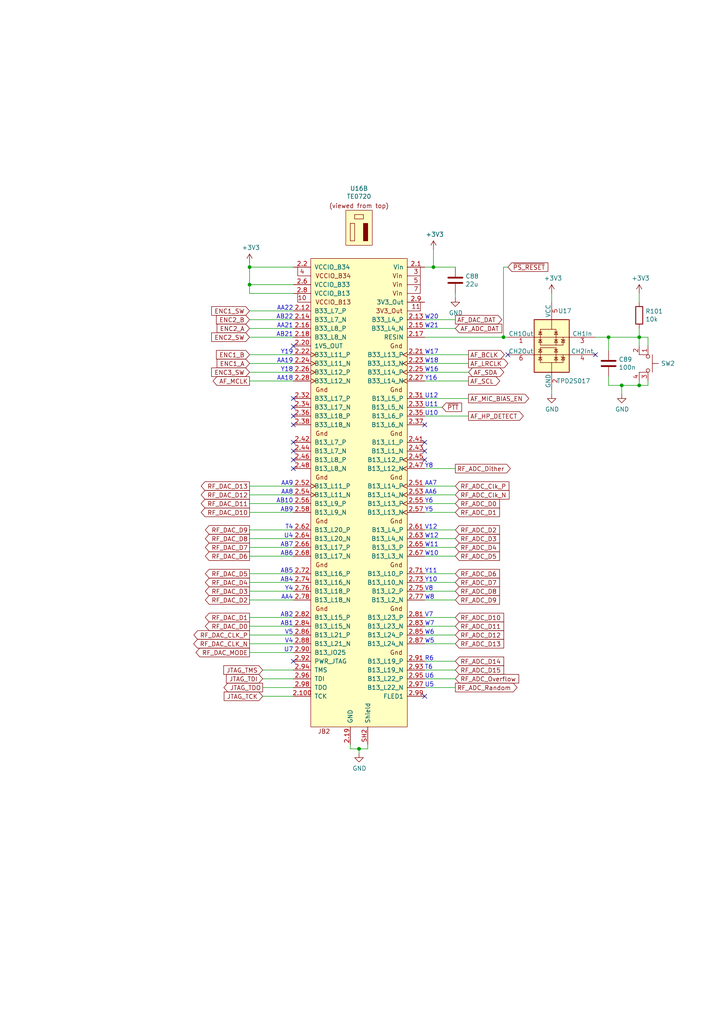
<source format=kicad_sch>
(kicad_sch (version 20210126) (generator eeschema)
  (paper "A4" portrait)
  (title_block (rev "DRAFT") (company "M0WUT"))
  (lib_symbols
    (symbol "Device:C" (pin_numbers hide) (pin_names (offset 0.254))
      (property "Reference" "C" (at 0.635 2.54 0))
      (property "Value" "C" (at 0.635 -2.54 0))
      (symbol "C_1_1"
        (pin passive line (at 0 3.81 270) (length 2.794) (name "~") (number "1"))
        (pin passive line (at 0 -3.81 90) (length 2.794) (name "~") (number "2"))
      )
    )
    (symbol "Device:R" (pin_numbers hide) (pin_names (offset 0))
      (property "Reference" "R" (at 2.032 0 90))
      (property "Value" "R" (at 0 0 90))
      (symbol "R_1_1"
        (pin passive line (at 0 3.81 270) (length 1.27) (name "~") (number "1"))
        (pin passive line (at 0 -3.81 90) (length 1.27) (name "~") (number "2"))
      )
    )
    (symbol "IC_WUT:TE0720" (pin_names (offset 1.016))
      (property "Reference" "U" (at -12.7 67.31 0))
      (property "Value" "TE0720" (at 10.16 67.31 0))
      (symbol "TE0720_0_0"
        (text "(viewed from top)" (at 0 81.28 0) (effects (font (size 1.27 1.27))))
      )
      (symbol "TE0720_1_0"
        (text "12" (at -16.51 52.07 0) (effects (font (size 1.27 1.27))))
        (text "16" (at -16.51 46.99 0) (effects (font (size 1.27 1.27))))
        (text "3V3_In" (at -12.7 45.72 0) (effects (font (size 1.27 1.27)) (justify left)))
        (text "4" (at -16.51 62.23 0) (effects (font (size 1.27 1.27))))
        (text "6" (at -16.51 59.69 0) (effects (font (size 1.27 1.27))))
        (text "Gnd" (at -12.7 -27.94 0) (effects (font (size 1.27 1.27)) (justify left)))
        (text "Gnd" (at -12.7 -15.24 0) (effects (font (size 1.27 1.27)) (justify left)))
        (text "Gnd" (at -12.7 -2.54 0) (effects (font (size 1.27 1.27)) (justify left)))
        (text "Gnd" (at -12.7 27.94 0) (effects (font (size 1.27 1.27)) (justify left)))
        (text "Gnd" (at 12.7 -48.26 0) (effects (font (size 1.27 1.27)) (justify right)))
        (text "Gnd" (at 12.7 -40.64 0) (effects (font (size 1.27 1.27)) (justify right)))
        (text "Gnd" (at 12.7 -27.94 0) (effects (font (size 1.27 1.27)) (justify right)))
        (text "Gnd" (at 12.7 -15.24 0) (effects (font (size 1.27 1.27)) (justify right)))
        (text "Gnd" (at 12.7 -2.54 0) (effects (font (size 1.27 1.27)) (justify right)))
        (text "Gnd" (at 12.7 10.16 0) (effects (font (size 1.27 1.27)) (justify right)))
        (text "Gnd" (at 12.7 22.86 0) (effects (font (size 1.27 1.27)) (justify right)))
        (text "Gnd" (at 12.7 33.02 0) (effects (font (size 1.27 1.27)) (justify right)))
        (text "Gnd" (at 12.7 40.64 0) (effects (font (size 1.27 1.27)) (justify right)))
        (text "Gnd" (at 12.7 55.88 0) (effects (font (size 1.27 1.27)) (justify right)))
        (text "Gnd" (at 12.7 63.5 0) (effects (font (size 1.27 1.27)) (justify right)))
        (text "JB1" (at -10.16 -71.12 0) (effects (font (size 1.27 1.27))))
        (text "VCCIO_B35" (at -12.7 50.8 0) (effects (font (size 1.27 1.27)) (justify left)))
        (text "Vin" (at -11.43 58.42 0) (effects (font (size 1.27 1.27))))
        (text "Vin" (at -11.43 60.96 0) (effects (font (size 1.27 1.27))))
      )
      (symbol "TE0720_1_1"
        (pin power_in line (at -2.54 -74.93 90) (length 5.08) (name "GND") (number "1.1"))
        (pin power_in line (at -19.05 53.34 0) (length 5.08) (name "VCCIO_B35") (number "1.10"))
        (pin passive line (at -19.05 -60.96 0) (length 5.08) (name "MIO12") (number "1.100"))
        (pin passive line (at 19.05 50.8 180) (length 5.08) (name "PHY_MDI1_N") (number "1.11"))
        (pin power_in line (at -19.05 53.34 0) (length 5.08) hide (name "VCCIO_B35") (number "1.12"))
        (pin power_out line (at 19.05 48.26 180) (length 5.08) (name "ETH_VCC") (number "1.13"))
        (pin power_in line (at -19.05 48.26 0) (length 5.08) (name "3V3_In") (number "1.14"))
        (pin passive line (at 19.05 45.72 180) (length 5.08) (name "PHY_MDI2_P") (number "1.15"))
        (pin power_in line (at -19.05 48.26 0) (length 5.08) hide (name "3V3_In") (number "1.16"))
        (pin passive line (at 19.05 43.18 180) (length 5.08) (name "PHY_MDI2_N") (number "1.17"))
        (pin bidirectional line (at -19.05 43.18 0) (length 5.08) (name "SD_DAT3") (number "1.18"))
        (pin power_in line (at -2.54 -74.93 90) (length 5.08) hide (name "GND") (number "1.19"))
        (pin power_in line (at -19.05 63.5 0) (length 5.08) (name "Vin") (number "1.2"))
        (pin bidirectional line (at -19.05 40.64 0) (length 5.08) (name "SD_DAT2") (number "1.20"))
        (pin passive line (at 19.05 38.1 180) (length 5.08) (name "PHY_MDI3_P") (number "1.21"))
        (pin bidirectional line (at -19.05 38.1 0) (length 5.08) (name "SD_DAT1") (number "1.22"))
        (pin passive line (at 19.05 35.56 180) (length 5.08) (name "PHY_MDI3_N") (number "1.23"))
        (pin bidirectional line (at -19.05 35.56 0) (length 5.08) (name "SD_DAT0") (number "1.24"))
        (pin power_in line (at -2.54 -74.93 90) (length 5.08) hide (name "GND") (number "1.25"))
        (pin bidirectional line (at -19.05 33.02 0) (length 5.08) (name "SD_CMD") (number "1.26"))
        (pin passive line (at 19.05 30.48 180) (length 5.08) (name "EN1") (number "1.27"))
        (pin output line (at -19.05 30.48 0) (length 5.08) (name "SD_CLK") (number "1.28"))
        (pin passive line (at 19.05 27.94 180) (length 5.08) (name "PGOOD") (number "1.29"))
        (pin passive line (at 19.05 60.96 180) (length 5.08) (name "PHY_MDI0_P") (number "1.3"))
        (pin power_in line (at -2.54 -74.93 90) (length 5.08) hide (name "GND") (number "1.30"))
        (pin passive line (at 19.05 25.4 180) (length 5.08) (name "MODE") (number "1.31"))
        (pin passive line (at -19.05 25.4 0) (length 5.08) (name "B35_L16_N") (number "1.32"))
        (pin power_in line (at -2.54 -74.93 90) (length 5.08) hide (name "GND") (number "1.33"))
        (pin passive line (at -19.05 22.86 0) (length 5.08) (name "B35_L16_P") (number "1.34"))
        (pin passive line (at 19.05 20.32 180) (length 5.08) (name "B35_L10_N") (number "1.35"))
        (pin passive line (at -19.05 20.32 0) (length 5.08) (name "B35_L24_N") (number "1.36"))
        (pin passive line (at 19.05 17.78 180) (length 5.08) (name "B35_L10_P") (number "1.37"))
        (pin passive line (at -19.05 17.78 0) (length 5.08) (name "B35_L24_P") (number "1.38"))
        (pin passive line (at 19.05 15.24 180) (length 5.08) (name "B35_L9_N") (number "1.39"))
        (pin power_in line (at -19.05 63.5 0) (length 5.08) hide (name "Vin") (number "1.4"))
        (pin power_out line (at -19.05 15.24 0) (length 5.08) (name "1V8_OUT") (number "1.40"))
        (pin passive line (at 19.05 12.7 180) (length 5.08) (name "B35_L9_P") (number "1.41"))
        (pin passive line (at -19.05 12.7 0) (length 5.08) (name "B35_L18_N") (number "1.42"))
        (pin power_in line (at -2.54 -74.93 90) (length 5.08) hide (name "GND") (number "1.43"))
        (pin passive line (at -19.05 10.16 0) (length 5.08) (name "B35_L18_P") (number "1.44"))
        (pin passive line (at 19.05 7.62 180) (length 5.08) (name "B35_L7_N") (number "1.45"))
        (pin passive line (at -19.05 7.62 0) (length 5.08) (name "B35_L15_N") (number "1.46"))
        (pin passive line (at 19.05 5.08 180) (length 5.08) (name "B35_L7_P") (number "1.47"))
        (pin passive line (at -19.05 5.08 0) (length 5.08) (name "B35_L15_P") (number "1.48"))
        (pin passive line (at 19.05 2.54 180) (length 5.08) (name "B35_L2_N") (number "1.49"))
        (pin passive line (at 19.05 58.42 180) (length 5.08) (name "PHY_MDI0_N") (number "1.5"))
        (pin passive line (at -19.05 2.54 0) (length 5.08) (name "B35_L22_N") (number "1.50"))
        (pin passive line (at 19.05 0 180) (length 5.08) (name "B35_L2_P") (number "1.51"))
        (pin passive line (at -19.05 0 0) (length 5.08) (name "B35_L22_P") (number "1.52"))
        (pin power_in line (at -2.54 -74.93 90) (length 5.08) hide (name "GND") (number "1.53"))
        (pin power_in line (at -2.54 -74.93 90) (length 5.08) hide (name "GND") (number "1.54"))
        (pin passive line (at 19.05 -5.08 180) (length 5.08) (name "B35_L8_N") (number "1.55"))
        (pin passive line (at -19.05 -5.08 0) (length 5.08) (name "B35_L17_N") (number "1.56"))
        (pin passive line (at 19.05 -7.62 180) (length 5.08) (name "B35_L8_P") (number "1.57"))
        (pin passive line (at -19.05 -7.62 0) (length 5.08) (name "B35_L17_P") (number "1.58"))
        (pin passive line (at 19.05 -10.16 180) (length 5.08) (name "B35_L21_N") (number "1.59"))
        (pin power_in line (at -19.05 63.5 0) (length 5.08) hide (name "Vin") (number "1.6"))
        (pin passive clock (at -19.05 -10.16 0) (length 5.08) (name "B35_L13_N") (number "1.60"))
        (pin passive line (at 19.05 -12.7 180) (length 5.08) (name "B35_L21_P") (number "1.61"))
        (pin passive clock (at -19.05 -12.7 0) (length 5.08) (name "B35_L13_P") (number "1.62"))
        (pin power_in line (at -2.54 -74.93 90) (length 5.08) hide (name "GND") (number "1.63"))
        (pin power_in line (at -2.54 -74.93 90) (length 5.08) hide (name "GND") (number "1.64"))
        (pin passive line (at 19.05 -17.78 180) (length 5.08) (name "B35_L11_N") (number "1.65"))
        (pin passive line (at -19.05 -17.78 0) (length 5.08) (name "B35_L14_N") (number "1.66"))
        (pin passive line (at 19.05 -20.32 180) (length 5.08) (name "B35_L11_P") (number "1.67"))
        (pin passive line (at -19.05 -20.32 0) (length 5.08) (name "B35_L14_P") (number "1.68"))
        (pin passive line (at 19.05 -22.86 180) (length 5.08) (name "B35_L23_N") (number "1.69"))
        (pin power_in line (at -2.54 -74.93 90) (length 5.08) hide (name "GND") (number "1.7"))
        (pin passive line (at -19.05 -22.86 0) (length 5.08) (name "B35_L4_N") (number "1.70"))
        (pin passive line (at 19.05 -25.4 180) (length 5.08) (name "B35_L23_P") (number "1.71"))
        (pin passive line (at -19.05 -25.4 0) (length 5.08) (name "B35_L4_P") (number "1.72"))
        (pin power_in line (at -2.54 -74.93 90) (length 5.08) hide (name "GND") (number "1.73"))
        (pin power_in line (at -2.54 -74.93 90) (length 5.08) hide (name "GND") (number "1.74"))
        (pin passive line (at 19.05 -30.48 180) (length 5.08) (name "B35_L5_N") (number "1.75"))
        (pin passive clock (at -19.05 -30.48 0) (length 5.08) (name "B35_L12_N") (number "1.76"))
        (pin passive line (at 19.05 -33.02 180) (length 5.08) (name "B35_L5_P") (number "1.77"))
        (pin passive clock (at -19.05 -33.02 0) (length 5.08) (name "B35_L12_P") (number "1.78"))
        (pin passive line (at 19.05 -35.56 180) (length 5.08) (name "B35_L3_N") (number "1.79"))
        (pin passive line (at -19.05 55.88 0) (length 5.08) (name "NOSEQ") (number "1.8"))
        (pin power_in line (at -19.05 -35.56 0) (length 5.08) (name "VBAT") (number "1.80"))
        (pin passive line (at 19.05 -38.1 180) (length 5.08) (name "B35_L3_P") (number "1.81"))
        (pin passive line (at -19.05 -38.1 0) (length 5.08) (name "B35_L20_N") (number "1.82"))
        (pin power_in line (at -2.54 -74.93 90) (length 5.08) hide (name "GND") (number "1.83"))
        (pin passive line (at -19.05 -40.64 0) (length 5.08) (name "B35_L20_P") (number "1.84"))
        (pin passive line (at 19.05 -43.18 180) (length 5.08) (name "B35_L6_N") (number "1.85"))
        (pin passive line (at -19.05 -43.18 0) (length 5.08) (name "MIO15") (number "1.86"))
        (pin passive line (at 19.05 -45.72 180) (length 5.08) (name "B35_L6_P") (number "1.87"))
        (pin passive line (at -19.05 -45.72 0) (length 5.08) (name "MIO0") (number "1.88"))
        (pin power_in line (at -2.54 -74.93 90) (length 5.08) hide (name "GND") (number "1.89"))
        (pin passive line (at 19.05 53.34 180) (length 5.08) (name "PHY_MDI1_P") (number "1.9"))
        (pin input line (at -19.05 -48.26 0) (length 5.08) (name "JTAGMODE") (number "1.90"))
        (pin passive line (at 19.05 -50.8 180) (length 5.08) (name "MIO14") (number "1.91"))
        (pin passive line (at -19.05 -50.8 0) (length 5.08) (name "MIO9") (number "1.92"))
        (pin passive line (at 19.05 -53.34 180) (length 5.08) (name "B35_L1_N") (number "1.93"))
        (pin passive line (at -19.05 -53.34 0) (length 5.08) (name "MIO11") (number "1.94"))
        (pin passive line (at 19.05 -55.88 180) (length 5.08) (name "B35_L1_P") (number "1.95"))
        (pin passive line (at -19.05 -55.88 0) (length 5.08) (name "MIO10") (number "1.96"))
        (pin passive line (at 19.05 -58.42 180) (length 5.08) (name "B35_L19_N") (number "1.97"))
        (pin passive line (at -19.05 -58.42 0) (length 5.08) (name "MIO13") (number "1.98"))
        (pin passive line (at 19.05 -60.96 180) (length 5.08) (name "B35_L19_P") (number "1.99"))
        (pin power_in line (at 2.54 -74.93 90) (length 5.08) (name "Shield") (number "SH1"))
      )
      (symbol "TE0720_2_0"
        (text "10" (at -16.51 54.61 0) (effects (font (size 1.27 1.27))))
        (text "11" (at 16.51 52.07 0) (effects (font (size 1.27 1.27))))
        (text "3" (at 16.51 62.23 0) (effects (font (size 1.27 1.27))))
        (text "3V3_Out" (at 12.7 50.8 0) (effects (font (size 1.27 1.27)) (justify right)))
        (text "4" (at -16.51 62.23 0) (effects (font (size 1.27 1.27))))
        (text "5" (at 16.51 59.69 0) (effects (font (size 1.27 1.27))))
        (text "7" (at 16.51 57.15 0) (effects (font (size 1.27 1.27))))
        (text "Gnd" (at 12.7 27.94 0) (effects (font (size 1.27 1.27)) (justify right)))
        (text "JB2" (at -10.16 -71.12 0) (effects (font (size 1.27 1.27))))
        (text "VCCIO_B13" (at -12.7 53.34 0) (effects (font (size 1.27 1.27)) (justify left)))
        (text "VCCIO_B34" (at -12.7 60.96 0) (effects (font (size 1.27 1.27)) (justify left)))
        (text "Vin" (at 12.7 55.88 0) (effects (font (size 1.27 1.27)) (justify right)))
        (text "Vin" (at 12.7 58.42 0) (effects (font (size 1.27 1.27)) (justify right)))
        (text "Vin" (at 12.7 60.96 0) (effects (font (size 1.27 1.27)) (justify right)))
      )
      (symbol "TE0720_2_1"
        (text "Gnd" (at -12.7 -35.56 0) (effects (font (size 1.27 1.27)) (justify left)))
        (text "Gnd" (at -12.7 -22.86 0) (effects (font (size 1.27 1.27)) (justify left)))
        (text "Gnd" (at -12.7 -10.16 0) (effects (font (size 1.27 1.27)) (justify left)))
        (text "Gnd" (at -12.7 2.54 0) (effects (font (size 1.27 1.27)) (justify left)))
        (text "Gnd" (at -12.7 15.24 0) (effects (font (size 1.27 1.27)) (justify left)))
        (text "Gnd" (at -12.7 27.94 0) (effects (font (size 1.27 1.27)) (justify left)))
        (text "Gnd" (at 12.7 -48.26 0) (effects (font (size 1.27 1.27)) (justify right)))
        (text "Gnd" (at 12.7 -35.56 0) (effects (font (size 1.27 1.27)) (justify right)))
        (text "Gnd" (at 12.7 -22.86 0) (effects (font (size 1.27 1.27)) (justify right)))
        (text "Gnd" (at 12.7 -10.16 0) (effects (font (size 1.27 1.27)) (justify right)))
        (text "Gnd" (at 12.7 2.54 0) (effects (font (size 1.27 1.27)) (justify right)))
        (text "Gnd" (at 12.7 15.24 0) (effects (font (size 1.27 1.27)) (justify right)))
        (text "Gnd" (at 12.7 40.64 0) (effects (font (size 1.27 1.27)) (justify right)))
        (pin power_in line (at 19.05 63.5 180) (length 5.08) (name "Vin") (number "2.1"))
        (pin power_in line (at -19.05 55.88 0) (length 5.08) hide (name "VCCIO_B13") (number "2.10"))
        (pin input line (at -19.05 -60.96 0) (length 5.08) (name "TCK") (number "2.100"))
        (pin passive line (at 19.05 53.34 180) (length 5.08) hide (name "3V3_Out") (number "2.11"))
        (pin passive line (at -19.05 50.8 0) (length 5.08) (name "B33_L7_P") (number "2.12"))
        (pin passive line (at 19.05 48.26 180) (length 5.08) (name "B33_L4_P") (number "2.13"))
        (pin passive line (at -19.05 48.26 0) (length 5.08) (name "B33_L7_N") (number "2.14"))
        (pin passive line (at 19.05 45.72 180) (length 5.08) (name "B33_L4_N") (number "2.15"))
        (pin passive line (at -19.05 45.72 0) (length 5.08) (name "B33_L8_P") (number "2.16"))
        (pin passive line (at 19.05 43.18 180) (length 5.08) (name "RESIN") (number "2.17"))
        (pin passive line (at -19.05 43.18 0) (length 5.08) (name "B33_L8_N") (number "2.18"))
        (pin power_in line (at -2.54 -74.93 90) (length 5.08) (name "GND") (number "2.19"))
        (pin power_in line (at -19.05 63.5 0) (length 5.08) (name "VCCIO_B34") (number "2.2"))
        (pin power_out line (at -19.05 40.64 0) (length 5.08) (name "1V5_OUT") (number "2.20"))
        (pin passive clock (at 19.05 38.1 180) (length 5.08) (name "B33_L13_P") (number "2.21"))
        (pin passive clock (at -19.05 38.1 0) (length 5.08) (name "B33_L11_P") (number "2.22"))
        (pin passive clock (at 19.05 35.56 180) (length 5.08) (name "B33_L13_N") (number "2.23"))
        (pin passive clock (at -19.05 35.56 0) (length 5.08) (name "B33_L11_N") (number "2.24"))
        (pin passive clock (at 19.05 33.02 180) (length 5.08) (name "B33_L14_P") (number "2.25"))
        (pin passive clock (at -19.05 33.02 0) (length 5.08) (name "B33_L12_P") (number "2.26"))
        (pin passive clock (at 19.05 30.48 180) (length 5.08) (name "B33_L14_N") (number "2.27"))
        (pin passive clock (at -19.05 30.48 0) (length 5.08) (name "B33_L12_N") (number "2.28"))
        (pin power_in line (at -2.54 -74.93 90) (length 5.08) hide (name "GND") (number "2.29"))
        (pin power_in line (at 19.05 63.5 180) (length 5.08) hide (name "Vin") (number "2.3"))
        (pin power_in line (at -2.54 -74.93 90) (length 5.08) hide (name "GND") (number "2.30"))
        (pin passive line (at 19.05 25.4 180) (length 5.08) (name "B13_L5_P") (number "2.31"))
        (pin passive line (at -19.05 25.4 0) (length 5.08) (name "B33_L17_P") (number "2.32"))
        (pin passive line (at 19.05 22.86 180) (length 5.08) (name "B13_L5_N") (number "2.33"))
        (pin passive line (at -19.05 22.86 0) (length 5.08) (name "B33_L17_N") (number "2.34"))
        (pin passive line (at 19.05 20.32 180) (length 5.08) (name "B13_L6_P") (number "2.35"))
        (pin passive line (at -19.05 20.32 0) (length 5.08) (name "B33_L18_P") (number "2.36"))
        (pin passive line (at 19.05 17.78 180) (length 5.08) (name "B13_L6_N") (number "2.37"))
        (pin passive line (at -19.05 17.78 0) (length 5.08) (name "B33_L18_N") (number "2.38"))
        (pin power_in line (at -2.54 -74.93 90) (length 5.08) hide (name "GND") (number "2.39"))
        (pin power_in line (at -19.05 63.5 0) (length 5.08) hide (name "VCCIO_B34") (number "2.4"))
        (pin power_in line (at -2.54 -74.93 90) (length 5.08) hide (name "GND") (number "2.40"))
        (pin passive line (at 19.05 12.7 180) (length 5.08) (name "B13_L1_P") (number "2.41"))
        (pin passive line (at -19.05 12.7 0) (length 5.08) (name "B13_L7_P") (number "2.42"))
        (pin passive line (at 19.05 10.16 180) (length 5.08) (name "B13_L1_N") (number "2.43"))
        (pin passive line (at -19.05 10.16 0) (length 5.08) (name "B13_L7_N") (number "2.44"))
        (pin passive clock (at 19.05 7.62 180) (length 5.08) (name "B13_L12_P") (number "2.45"))
        (pin passive line (at -19.05 7.62 0) (length 5.08) (name "B13_L8_P") (number "2.46"))
        (pin passive clock (at 19.05 5.08 180) (length 5.08) (name "B13_L12_N") (number "2.47"))
        (pin passive line (at -19.05 5.08 0) (length 5.08) (name "B13_L8_N") (number "2.48"))
        (pin power_in line (at -2.54 -74.93 90) (length 5.08) hide (name "GND") (number "2.49"))
        (pin power_in line (at 19.05 63.5 180) (length 5.08) hide (name "Vin") (number "2.5"))
        (pin power_in line (at -2.54 -74.93 90) (length 5.08) hide (name "GND") (number "2.50"))
        (pin passive clock (at 19.05 0 180) (length 5.08) (name "B13_L14_P") (number "2.51"))
        (pin passive clock (at -19.05 0 0) (length 5.08) (name "B13_L11_P") (number "2.52"))
        (pin passive clock (at 19.05 -2.54 180) (length 5.08) (name "B13_L14_N") (number "2.53"))
        (pin passive clock (at -19.05 -2.54 0) (length 5.08) (name "B13_L11_N") (number "2.54"))
        (pin passive clock (at 19.05 -5.08 180) (length 5.08) (name "B13_L13_P") (number "2.55"))
        (pin passive line (at -19.05 -5.08 0) (length 5.08) (name "B13_L9_P") (number "2.56"))
        (pin passive clock (at 19.05 -7.62 180) (length 5.08) (name "B13_L13_N") (number "2.57"))
        (pin passive line (at -19.05 -7.62 0) (length 5.08) (name "B13_L9_N") (number "2.58"))
        (pin power_in line (at -2.54 -74.93 90) (length 5.08) hide (name "GND") (number "2.59"))
        (pin power_in line (at -19.05 58.42 0) (length 5.08) (name "VCCIO_B33") (number "2.6"))
        (pin power_in line (at -2.54 -74.93 90) (length 5.08) hide (name "GND") (number "2.60"))
        (pin passive line (at 19.05 -12.7 180) (length 5.08) (name "B13_L4_P") (number "2.61"))
        (pin passive line (at -19.05 -12.7 0) (length 5.08) (name "B13_L20_P") (number "2.62"))
        (pin passive line (at 19.05 -15.24 180) (length 5.08) (name "B13_L4_N") (number "2.63"))
        (pin passive line (at -19.05 -15.24 0) (length 5.08) (name "B13_L20_N") (number "2.64"))
        (pin passive line (at 19.05 -17.78 180) (length 5.08) (name "B13_L3_P") (number "2.65"))
        (pin passive line (at -19.05 -17.78 0) (length 5.08) (name "B13_L17_P") (number "2.66"))
        (pin passive line (at 19.05 -20.32 180) (length 5.08) (name "B13_L3_N") (number "2.67"))
        (pin passive line (at -19.05 -20.32 0) (length 5.08) (name "B13_L17_N") (number "2.68"))
        (pin power_in line (at -2.54 -74.93 90) (length 5.08) hide (name "GND") (number "2.69"))
        (pin power_in line (at 19.05 63.5 180) (length 5.08) hide (name "Vin") (number "2.7"))
        (pin power_in line (at -2.54 -74.93 90) (length 5.08) hide (name "GND") (number "2.70"))
        (pin passive line (at 19.05 -25.4 180) (length 5.08) (name "B13_L10_P") (number "2.71"))
        (pin passive line (at -19.05 -25.4 0) (length 5.08) (name "B13_L16_P") (number "2.72"))
        (pin passive line (at 19.05 -27.94 180) (length 5.08) (name "B13_L10_N") (number "2.73"))
        (pin passive line (at -19.05 -27.94 0) (length 5.08) (name "B13_L16_N") (number "2.74"))
        (pin passive line (at 19.05 -30.48 180) (length 5.08) (name "B13_L2_P") (number "2.75"))
        (pin passive line (at -19.05 -30.48 0) (length 5.08) (name "B13_L18_P") (number "2.76"))
        (pin passive line (at 19.05 -33.02 180) (length 5.08) (name "B13_L2_N") (number "2.77"))
        (pin passive line (at -19.05 -33.02 0) (length 5.08) (name "B13_L18_N") (number "2.78"))
        (pin power_in line (at -2.54 -74.93 90) (length 5.08) hide (name "GND") (number "2.79"))
        (pin power_in line (at -19.05 55.88 0) (length 5.08) (name "VCCIO_B13") (number "2.8"))
        (pin power_in line (at -2.54 -74.93 90) (length 5.08) hide (name "GND") (number "2.80"))
        (pin passive line (at 19.05 -38.1 180) (length 5.08) (name "B13_L23_P") (number "2.81"))
        (pin passive line (at -19.05 -38.1 0) (length 5.08) (name "B13_L15_P") (number "2.82"))
        (pin passive line (at 19.05 -40.64 180) (length 5.08) (name "B13_L23_N") (number "2.83"))
        (pin passive line (at -19.05 -40.64 0) (length 5.08) (name "B13_L15_N") (number "2.84"))
        (pin passive line (at 19.05 -43.18 180) (length 5.08) (name "B13_L24_P") (number "2.85"))
        (pin passive line (at -19.05 -43.18 0) (length 5.08) (name "B13_L21_P") (number "2.86"))
        (pin passive line (at 19.05 -45.72 180) (length 5.08) (name "B13_L24_N") (number "2.87"))
        (pin passive line (at -19.05 -45.72 0) (length 5.08) (name "B13_L21_N") (number "2.88"))
        (pin power_in line (at -2.54 -74.93 90) (length 5.08) hide (name "GND") (number "2.89"))
        (pin power_out line (at 19.05 53.34 180) (length 5.08) (name "3V3_Out") (number "2.9"))
        (pin passive line (at -19.05 -48.26 0) (length 5.08) (name "B13_IO25") (number "2.90"))
        (pin passive line (at 19.05 -50.8 180) (length 5.08) (name "B13_L19_P") (number "2.91"))
        (pin power_in line (at -19.05 -50.8 0) (length 5.08) (name "PWR_JTAG") (number "2.92"))
        (pin passive line (at 19.05 -53.34 180) (length 5.08) (name "B13_L19_N") (number "2.93"))
        (pin input line (at -19.05 -53.34 0) (length 5.08) (name "TMS") (number "2.94"))
        (pin passive line (at 19.05 -55.88 180) (length 5.08) (name "B13_L22_P") (number "2.95"))
        (pin input line (at -19.05 -55.88 0) (length 5.08) (name "TDI") (number "2.96"))
        (pin passive line (at 19.05 -58.42 180) (length 5.08) (name "B13_L22_N") (number "2.97"))
        (pin output line (at -19.05 -58.42 0) (length 5.08) (name "TDO") (number "2.98"))
        (pin passive line (at 19.05 -60.96 180) (length 5.08) (name "FLED1") (number "2.99"))
        (pin power_in line (at 2.54 -74.93 90) (length 5.08) (name "Shield") (number "SH2"))
      )
      (symbol "TE0720_3_0"
        (text "Gnd" (at 12.7 58.42 0) (effects (font (size 1.27 1.27)) (justify right)))
        (text "JB3" (at -10.16 -20.32 0) (effects (font (size 1.27 1.27))))
      )
      (symbol "TE0720_3_1"
        (text "Gnd" (at -12.7 7.62 0) (effects (font (size 1.27 1.27)) (justify left)))
        (text "Gnd" (at -12.7 20.32 0) (effects (font (size 1.27 1.27)) (justify left)))
        (text "Gnd" (at -12.7 27.94 0) (effects (font (size 1.27 1.27)) (justify left)))
        (text "Gnd" (at -12.7 35.56 0) (effects (font (size 1.27 1.27)) (justify left)))
        (text "Gnd" (at -12.7 43.18 0) (effects (font (size 1.27 1.27)) (justify left)))
        (text "Gnd" (at -12.7 50.8 0) (effects (font (size 1.27 1.27)) (justify left)))
        (text "Gnd" (at -12.7 58.42 0) (effects (font (size 1.27 1.27)) (justify left)))
        (text "Gnd" (at 12.7 -5.08 0) (effects (font (size 1.27 1.27)) (justify right)))
        (text "Gnd" (at 12.7 7.62 0) (effects (font (size 1.27 1.27)) (justify right)))
        (text "Gnd" (at 12.7 20.32 0) (effects (font (size 1.27 1.27)) (justify right)))
        (text "Gnd" (at 12.7 27.94 0) (effects (font (size 1.27 1.27)) (justify right)))
        (text "Gnd" (at 12.7 35.56 0) (effects (font (size 1.27 1.27)) (justify right)))
        (text "Gnd" (at 12.7 43.18 0) (effects (font (size 1.27 1.27)) (justify right)))
        (text "Gnd" (at 12.7 50.8 0) (effects (font (size 1.27 1.27)) (justify right)))
        (pin input line (at 19.05 63.5 180) (length 5.08) (name "SIN_N") (number "3.1"))
        (pin passive line (at -19.05 53.34 0) (length 5.08) (name "B34_L7_N") (number "3.10"))
        (pin power_in line (at -2.54 -24.13 90) (length 5.08) hide (name "GND") (number "3.11"))
        (pin power_in line (at -2.54 -24.13 90) (length 5.08) hide (name "GND") (number "3.12"))
        (pin passive line (at 19.05 48.26 180) (length 5.08) (name "B34_L18_P") (number "3.13"))
        (pin passive line (at -19.05 48.26 0) (length 5.08) (name "B34_L2_P") (number "3.14"))
        (pin passive line (at 19.05 45.72 180) (length 5.08) (name "B34_L18_N") (number "3.15"))
        (pin passive line (at -19.05 45.72 0) (length 5.08) (name "B34_L2_N") (number "3.16"))
        (pin power_in line (at -2.54 -24.13 90) (length 5.08) hide (name "GND") (number "3.17"))
        (pin power_in line (at -2.54 -24.13 90) (length 5.08) hide (name "GND") (number "3.18"))
        (pin passive line (at 19.05 40.64 180) (length 5.08) (name "B34_L20_P") (number "3.19"))
        (pin output line (at -19.05 63.5 0) (length 5.08) (name "SOUT_N") (number "3.2"))
        (pin passive line (at -19.05 40.64 0) (length 5.08) (name "B34_L4_P") (number "3.20"))
        (pin passive line (at 19.05 38.1 180) (length 5.08) (name "B34_L20_N") (number "3.21"))
        (pin passive line (at -19.05 38.1 0) (length 5.08) (name "B34_L4_N") (number "3.22"))
        (pin power_in line (at -2.54 -24.13 90) (length 5.08) hide (name "GND") (number "3.23"))
        (pin power_in line (at -2.54 -24.13 90) (length 5.08) hide (name "GND") (number "3.24"))
        (pin passive line (at 19.05 33.02 180) (length 5.08) (name "B34_L10_P") (number "3.25"))
        (pin passive line (at -19.05 33.02 0) (length 5.08) (name "B34_L5_P") (number "3.26"))
        (pin passive line (at 19.05 30.48 180) (length 5.08) (name "B34_L10_N") (number "3.27"))
        (pin passive line (at -19.05 30.48 0) (length 5.08) (name "B34_L5_N") (number "3.28"))
        (pin power_in line (at -2.54 -24.13 90) (length 5.08) hide (name "GND") (number "3.29"))
        (pin input line (at 19.05 60.96 180) (length 5.08) (name "SIN_P") (number "3.3"))
        (pin power_in line (at -2.54 -24.13 90) (length 5.08) hide (name "GND") (number "3.30"))
        (pin passive clock (at 19.05 25.4 180) (length 5.08) (name "B34_L13_P") (number "3.31"))
        (pin passive clock (at -19.05 25.4 0) (length 5.08) (name "B34_L12_P") (number "3.32"))
        (pin passive clock (at 19.05 22.86 180) (length 5.08) (name "B34_L13_N") (number "3.33"))
        (pin passive clock (at -19.05 22.86 0) (length 5.08) (name "B34_L12_N") (number "3.34"))
        (pin power_in line (at -2.54 -24.13 90) (length 5.08) hide (name "GND") (number "3.35"))
        (pin power_in line (at -2.54 -24.13 90) (length 5.08) hide (name "GND") (number "3.36"))
        (pin passive line (at 19.05 17.78 180) (length 5.08) (name "B34_L21_P") (number "3.37"))
        (pin passive line (at -19.05 17.78 0) (length 5.08) (name "B34_L8_P") (number "3.38"))
        (pin passive line (at 19.05 15.24 180) (length 5.08) (name "B34_L21_N") (number "3.39"))
        (pin output line (at -19.05 60.96 0) (length 5.08) (name "SOUT_P") (number "3.4"))
        (pin passive line (at -19.05 15.24 0) (length 5.08) (name "B34_L8_N") (number "3.40"))
        (pin passive line (at 19.05 12.7 180) (length 5.08) (name "B34_L15_P") (number "3.41"))
        (pin passive line (at -19.05 12.7 0) (length 5.08) (name "B34_L9_P") (number "3.42"))
        (pin passive line (at 19.05 10.16 180) (length 5.08) (name "B34_L15_N") (number "3.43"))
        (pin passive line (at -19.05 10.16 0) (length 5.08) (name "B34_L9_N") (number "3.44"))
        (pin power_in line (at -2.54 -24.13 90) (length 5.08) hide (name "GND") (number "3.45"))
        (pin power_in line (at -2.54 -24.13 90) (length 5.08) hide (name "GND") (number "3.46"))
        (pin passive line (at 19.05 5.08 180) (length 5.08) (name "B34_L17_P") (number "3.47"))
        (pin passive line (at -19.05 5.08 0) (length 5.08) (name "OTG-D_P") (number "3.48"))
        (pin passive line (at 19.05 2.54 180) (length 5.08) (name "B34_L17_N") (number "3.49"))
        (pin power_in line (at -2.54 -24.13 90) (length 5.08) (name "GND") (number "3.5"))
        (pin passive line (at -19.05 2.54 0) (length 5.08) (name "OTG-D_N") (number "3.50"))
        (pin passive line (at 19.05 0 180) (length 5.08) (name "B34_L23_P") (number "3.51"))
        (pin passive line (at -19.05 0 0) (length 5.08) (name "OTG-ID") (number "3.52"))
        (pin passive line (at 19.05 -2.54 180) (length 5.08) (name "B34_L23_N") (number "3.53"))
        (pin passive line (at -19.05 -2.54 0) (length 5.08) (name "VBUS_V_EN") (number "3.54"))
        (pin power_in line (at -2.54 -24.13 90) (length 5.08) hide (name "GND") (number "3.55"))
        (pin passive line (at -19.05 -5.08 0) (length 5.08) (name "USB-VBUS") (number "3.56"))
        (pin passive clock (at 19.05 -7.62 180) (length 5.08) (name "B34_L14_P") (number "3.57"))
        (pin passive line (at -19.05 -7.62 0) (length 5.08) (name "B34_L22_P") (number "3.58"))
        (pin passive clock (at 19.05 -10.16 180) (length 5.08) (name "B34_L14_N") (number "3.59"))
        (pin power_in line (at -2.54 -24.13 90) (length 5.08) hide (name "GND") (number "3.6"))
        (pin passive line (at -19.05 -10.16 0) (length 5.08) (name "B34_L22_N") (number "3.60"))
        (pin passive line (at 19.05 55.88 180) (length 5.08) (name "B34_L1_P") (number "3.7"))
        (pin passive line (at -19.05 55.88 0) (length 5.08) (name "B34_L7_P") (number "3.8"))
        (pin passive line (at 19.05 53.34 180) (length 5.08) (name "B34_L1_N") (number "3.9"))
        (pin power_in line (at 2.54 -24.13 90) (length 5.08) (name "Shield") (number "SH3"))
      )
    )
    (symbol "Power_Protection:TPD2S017" (pin_names (offset 0))
      (property "Reference" "U" (at 2.54 8.89 0))
      (property "Value" "TPD2S017" (at 2.54 -8.89 0))
      (symbol "TPD2S017_1_1"
        (pin passive line (at 12.7 2.54 180) (length 7.62) (name "CH1Out") (number "1"))
        (pin power_in line (at 0 -12.7 90) (length 5.08) (name "GND") (number "2"))
        (pin passive line (at -12.7 2.54 0) (length 7.62) (name "CH1In") (number "3"))
        (pin passive line (at -12.7 -2.54 0) (length 7.62) (name "CH2Int") (number "4"))
        (pin power_in line (at 0 12.7 270) (length 5.08) (name "VCC") (number "5"))
        (pin passive line (at 12.7 -2.54 180) (length 7.62) (name "CH2Out") (number "6"))
      )
    )
    (symbol "Switch_WUT:Tactile_Switch_Generic" (pin_names (offset 1.016))
      (property "Reference" "SW" (at 0 3.81 0))
      (symbol "Tactile_Switch_Generic_1_1"
        (pin passive line (at -5.08 0 0) (length 2.54) (name "~") (number "1"))
        (pin passive line (at -5.08 -2.54 0) (length 2.54) (name "~") (number "2"))
        (pin passive line (at 5.08 0 180) (length 2.54) (name "~") (number "3"))
        (pin passive line (at 5.08 -2.54 180) (length 2.54) (name "~") (number "4"))
      )
    )
    (symbol "power:+3.3V" (power) (pin_names (offset 0))
      (property "Value" "+3.3V" (at 0 3.556 0))
      (symbol "+3.3V_1_1"
        (pin power_in line (at 0 0 90) (length 0) hide (name "+3V3") (number "1"))
      )
    )
    (symbol "power:+3V3" (power) (pin_names (offset 0))
      (property "Value" "+3V3" (at 0 3.556 0))
      (symbol "+3V3_1_1"
        (pin power_in line (at 0 0 90) (length 0) hide (name "+3V3") (number "1"))
      )
    )
    (symbol "power:GND" (power) (pin_names (offset 0))
      (property "Value" "GND" (at 0 -3.81 0))
      (symbol "GND_1_1"
        (pin power_in line (at 0 0 270) (length 0) hide (name "GND") (number "1"))
      )
    )
  )
  (junction (at 72.39 77.47) (diameter 0.9144))
  (junction (at 72.39 82.55) (diameter 0.9144))
  (junction (at 104.14 217.17) (diameter 0.9144))
  (junction (at 125.73 77.47) (diameter 0.9144))
  (junction (at 146.05 97.79) (diameter 0.9144))
  (junction (at 176.53 97.79) (diameter 0.9144))
  (junction (at 180.34 111.76) (diameter 0.9144))
  (junction (at 185.42 97.79) (diameter 0.9144))
  (junction (at 185.42 111.76) (diameter 0.9144))
  (no_connect (at 85.09 100.33))
  (no_connect (at 85.09 115.57))
  (no_connect (at 85.09 118.11))
  (no_connect (at 85.09 120.65))
  (no_connect (at 85.09 123.19))
  (no_connect (at 85.09 128.27))
  (no_connect (at 85.09 130.81))
  (no_connect (at 85.09 133.35))
  (no_connect (at 85.09 135.89))
  (no_connect (at 85.09 191.77))
  (no_connect (at 123.19 123.19))
  (no_connect (at 123.19 128.27))
  (no_connect (at 123.19 130.81))
  (no_connect (at 123.19 133.35))
  (no_connect (at 123.19 201.93))
  (no_connect (at 147.32 102.87))
  (no_connect (at 172.72 102.87))
  (wire (pts (xy 72.39 77.47) (xy 72.39 76.2)))
  (wire (pts (xy 72.39 77.47) (xy 72.39 82.55)))
  (wire (pts (xy 72.39 82.55) (xy 72.39 85.09)))
  (wire (pts (xy 72.39 102.87) (xy 85.09 102.87)))
  (wire (pts (xy 85.09 77.47) (xy 72.39 77.47)))
  (wire (pts (xy 85.09 82.55) (xy 72.39 82.55)))
  (wire (pts (xy 85.09 85.09) (xy 72.39 85.09)))
  (wire (pts (xy 85.09 90.17) (xy 72.39 90.17)))
  (wire (pts (xy 85.09 92.71) (xy 72.39 92.71)))
  (wire (pts (xy 85.09 95.25) (xy 72.39 95.25)))
  (wire (pts (xy 85.09 97.79) (xy 72.39 97.79)))
  (wire (pts (xy 85.09 105.41) (xy 72.39 105.41)))
  (wire (pts (xy 85.09 107.95) (xy 72.39 107.95)))
  (wire (pts (xy 85.09 110.49) (xy 72.39 110.49)))
  (wire (pts (xy 85.09 140.97) (xy 72.39 140.97)))
  (wire (pts (xy 85.09 143.51) (xy 72.39 143.51)))
  (wire (pts (xy 85.09 146.05) (xy 72.39 146.05)))
  (wire (pts (xy 85.09 148.59) (xy 72.39 148.59)))
  (wire (pts (xy 85.09 153.67) (xy 72.39 153.67)))
  (wire (pts (xy 85.09 156.21) (xy 72.39 156.21)))
  (wire (pts (xy 85.09 158.75) (xy 72.39 158.75)))
  (wire (pts (xy 85.09 161.29) (xy 72.39 161.29)))
  (wire (pts (xy 85.09 166.37) (xy 72.39 166.37)))
  (wire (pts (xy 85.09 168.91) (xy 72.39 168.91)))
  (wire (pts (xy 85.09 171.45) (xy 72.39 171.45)))
  (wire (pts (xy 85.09 173.99) (xy 72.39 173.99)))
  (wire (pts (xy 85.09 179.07) (xy 72.39 179.07)))
  (wire (pts (xy 85.09 181.61) (xy 72.39 181.61)))
  (wire (pts (xy 85.09 184.15) (xy 72.39 184.15)))
  (wire (pts (xy 85.09 186.69) (xy 72.39 186.69)))
  (wire (pts (xy 85.09 189.23) (xy 72.39 189.23)))
  (wire (pts (xy 85.09 194.31) (xy 76.2 194.31)))
  (wire (pts (xy 85.09 196.85) (xy 76.2 196.85)))
  (wire (pts (xy 85.09 199.39) (xy 76.2 199.39)))
  (wire (pts (xy 85.09 201.93) (xy 76.2 201.93)))
  (wire (pts (xy 101.6 215.9) (xy 101.6 217.17)))
  (wire (pts (xy 101.6 217.17) (xy 104.14 217.17)))
  (wire (pts (xy 104.14 217.17) (xy 106.68 217.17)))
  (wire (pts (xy 104.14 218.44) (xy 104.14 217.17)))
  (wire (pts (xy 106.68 217.17) (xy 106.68 215.9)))
  (wire (pts (xy 123.19 77.47) (xy 125.73 77.47)))
  (wire (pts (xy 123.19 92.71) (xy 132.08 92.71)))
  (wire (pts (xy 123.19 95.25) (xy 132.08 95.25)))
  (wire (pts (xy 123.19 97.79) (xy 146.05 97.79)))
  (wire (pts (xy 123.19 102.87) (xy 135.89 102.87)))
  (wire (pts (xy 123.19 105.41) (xy 135.89 105.41)))
  (wire (pts (xy 123.19 107.95) (xy 135.89 107.95)))
  (wire (pts (xy 123.19 110.49) (xy 135.89 110.49)))
  (wire (pts (xy 123.19 115.57) (xy 135.89 115.57)))
  (wire (pts (xy 123.19 118.11) (xy 128.27 118.11)))
  (wire (pts (xy 123.19 120.65) (xy 135.89 120.65)))
  (wire (pts (xy 123.19 135.89) (xy 132.08 135.89)))
  (wire (pts (xy 123.19 196.85) (xy 132.08 196.85)))
  (wire (pts (xy 123.19 199.39) (xy 132.08 199.39)))
  (wire (pts (xy 125.73 77.47) (xy 125.73 72.39)))
  (wire (pts (xy 125.73 77.47) (xy 132.08 77.47)))
  (wire (pts (xy 132.08 86.36) (xy 132.08 85.09)))
  (wire (pts (xy 132.08 140.97) (xy 123.19 140.97)))
  (wire (pts (xy 132.08 143.51) (xy 123.19 143.51)))
  (wire (pts (xy 132.08 146.05) (xy 123.19 146.05)))
  (wire (pts (xy 132.08 148.59) (xy 123.19 148.59)))
  (wire (pts (xy 132.08 153.67) (xy 123.19 153.67)))
  (wire (pts (xy 132.08 156.21) (xy 123.19 156.21)))
  (wire (pts (xy 132.08 158.75) (xy 123.19 158.75)))
  (wire (pts (xy 132.08 161.29) (xy 123.19 161.29)))
  (wire (pts (xy 132.08 166.37) (xy 123.19 166.37)))
  (wire (pts (xy 132.08 168.91) (xy 123.19 168.91)))
  (wire (pts (xy 132.08 171.45) (xy 123.19 171.45)))
  (wire (pts (xy 132.08 173.99) (xy 123.19 173.99)))
  (wire (pts (xy 132.08 179.07) (xy 123.19 179.07)))
  (wire (pts (xy 132.08 181.61) (xy 123.19 181.61)))
  (wire (pts (xy 132.08 184.15) (xy 123.19 184.15)))
  (wire (pts (xy 132.08 186.69) (xy 123.19 186.69)))
  (wire (pts (xy 132.08 191.77) (xy 123.19 191.77)))
  (wire (pts (xy 132.08 194.31) (xy 123.19 194.31)))
  (wire (pts (xy 146.05 77.47) (xy 146.05 97.79)))
  (wire (pts (xy 146.05 97.79) (xy 147.32 97.79)))
  (wire (pts (xy 147.32 77.47) (xy 146.05 77.47)))
  (wire (pts (xy 160.02 85.09) (xy 160.02 87.63)))
  (wire (pts (xy 160.02 114.3) (xy 160.02 113.03)))
  (wire (pts (xy 172.72 97.79) (xy 176.53 97.79)))
  (wire (pts (xy 176.53 97.79) (xy 185.42 97.79)))
  (wire (pts (xy 176.53 101.6) (xy 176.53 97.79)))
  (wire (pts (xy 176.53 109.22) (xy 176.53 111.76)))
  (wire (pts (xy 176.53 111.76) (xy 180.34 111.76)))
  (wire (pts (xy 180.34 111.76) (xy 185.42 111.76)))
  (wire (pts (xy 180.34 114.3) (xy 180.34 111.76)))
  (wire (pts (xy 185.42 87.63) (xy 185.42 85.09)))
  (wire (pts (xy 185.42 95.25) (xy 185.42 97.79)))
  (wire (pts (xy 185.42 97.79) (xy 187.96 97.79)))
  (wire (pts (xy 185.42 100.33) (xy 185.42 97.79)))
  (wire (pts (xy 185.42 111.76) (xy 185.42 110.49)))
  (wire (pts (xy 187.96 100.33) (xy 187.96 97.79)))
  (wire (pts (xy 187.96 110.49) (xy 187.96 111.76)))
  (wire (pts (xy 187.96 111.76) (xy 185.42 111.76)))
  (text "AA22" (at 85.09 90.17 180) (effects (font (size 1.27 1.27)) (justify right bottom)))
  (text "AB22" (at 85.09 92.71 180) (effects (font (size 1.27 1.27)) (justify right bottom)))
  (text "AA21" (at 85.09 95.25 180) (effects (font (size 1.27 1.27)) (justify right bottom)))
  (text "AB21" (at 85.09 97.79 180) (effects (font (size 1.27 1.27)) (justify right bottom)))
  (text "Y19" (at 85.09 102.87 180) (effects (font (size 1.27 1.27)) (justify right bottom)))
  (text "AA19" (at 85.09 105.41 180) (effects (font (size 1.27 1.27)) (justify right bottom)))
  (text "Y18" (at 85.09 107.95 180) (effects (font (size 1.27 1.27)) (justify right bottom)))
  (text "AA18" (at 85.09 110.49 180) (effects (font (size 1.27 1.27)) (justify right bottom)))
  (text "AA9" (at 85.09 140.97 180) (effects (font (size 1.27 1.27)) (justify right bottom)))
  (text "AA8" (at 85.09 143.51 180) (effects (font (size 1.27 1.27)) (justify right bottom)))
  (text "AB10" (at 85.09 146.05 180) (effects (font (size 1.27 1.27)) (justify right bottom)))
  (text "AB9" (at 85.09 148.59 180) (effects (font (size 1.27 1.27)) (justify right bottom)))
  (text "T4" (at 85.09 153.67 180) (effects (font (size 1.27 1.27)) (justify right bottom)))
  (text "U4" (at 85.09 156.21 180) (effects (font (size 1.27 1.27)) (justify right bottom)))
  (text "AB7" (at 85.09 158.75 180) (effects (font (size 1.27 1.27)) (justify right bottom)))
  (text "AB6" (at 85.09 161.29 180) (effects (font (size 1.27 1.27)) (justify right bottom)))
  (text "AB5" (at 85.09 166.37 180) (effects (font (size 1.27 1.27)) (justify right bottom)))
  (text "AB4" (at 85.09 168.91 180) (effects (font (size 1.27 1.27)) (justify right bottom)))
  (text "Y4" (at 85.09 171.45 180) (effects (font (size 1.27 1.27)) (justify right bottom)))
  (text "AA4" (at 85.09 173.99 180) (effects (font (size 1.27 1.27)) (justify right bottom)))
  (text "AB2" (at 85.09 179.07 180) (effects (font (size 1.27 1.27)) (justify right bottom)))
  (text "AB1" (at 85.09 181.61 180) (effects (font (size 1.27 1.27)) (justify right bottom)))
  (text "V5" (at 85.09 184.15 180) (effects (font (size 1.27 1.27)) (justify right bottom)))
  (text "V4" (at 85.09 186.69 180) (effects (font (size 1.27 1.27)) (justify right bottom)))
  (text "U7" (at 85.09 189.23 180) (effects (font (size 1.27 1.27)) (justify right bottom)))
  (text "W20" (at 123.19 92.71 0) (effects (font (size 1.27 1.27)) (justify left bottom)))
  (text "W21" (at 123.19 95.25 0) (effects (font (size 1.27 1.27)) (justify left bottom)))
  (text "W17" (at 123.19 102.87 0) (effects (font (size 1.27 1.27)) (justify left bottom)))
  (text "W18" (at 123.19 105.41 0) (effects (font (size 1.27 1.27)) (justify left bottom)))
  (text "W16" (at 123.19 107.95 0) (effects (font (size 1.27 1.27)) (justify left bottom)))
  (text "Y16" (at 123.19 110.49 0) (effects (font (size 1.27 1.27)) (justify left bottom)))
  (text "U12" (at 123.19 115.57 0) (effects (font (size 1.27 1.27)) (justify left bottom)))
  (text "U11" (at 123.19 118.11 0) (effects (font (size 1.27 1.27)) (justify left bottom)))
  (text "U10" (at 123.19 120.65 0) (effects (font (size 1.27 1.27)) (justify left bottom)))
  (text "Y8" (at 123.19 135.89 0) (effects (font (size 1.27 1.27)) (justify left bottom)))
  (text "AA7" (at 123.19 140.97 0) (effects (font (size 1.27 1.27)) (justify left bottom)))
  (text "AA6" (at 123.19 143.51 0) (effects (font (size 1.27 1.27)) (justify left bottom)))
  (text "Y6" (at 123.19 146.05 0) (effects (font (size 1.27 1.27)) (justify left bottom)))
  (text "Y5" (at 123.19 148.59 0) (effects (font (size 1.27 1.27)) (justify left bottom)))
  (text "V12" (at 123.19 153.67 0) (effects (font (size 1.27 1.27)) (justify left bottom)))
  (text "W12" (at 123.19 156.21 0) (effects (font (size 1.27 1.27)) (justify left bottom)))
  (text "W11" (at 123.19 158.75 0) (effects (font (size 1.27 1.27)) (justify left bottom)))
  (text "W10" (at 123.19 161.29 0) (effects (font (size 1.27 1.27)) (justify left bottom)))
  (text "Y11" (at 123.19 166.37 0) (effects (font (size 1.27 1.27)) (justify left bottom)))
  (text "Y10" (at 123.19 168.91 0) (effects (font (size 1.27 1.27)) (justify left bottom)))
  (text "V8" (at 123.19 171.45 0) (effects (font (size 1.27 1.27)) (justify left bottom)))
  (text "W8" (at 123.19 173.99 0) (effects (font (size 1.27 1.27)) (justify left bottom)))
  (text "V7" (at 123.19 179.07 0) (effects (font (size 1.27 1.27)) (justify left bottom)))
  (text "W7" (at 123.19 181.61 0) (effects (font (size 1.27 1.27)) (justify left bottom)))
  (text "W6" (at 123.19 184.15 0) (effects (font (size 1.27 1.27)) (justify left bottom)))
  (text "W5" (at 123.19 186.69 0) (effects (font (size 1.27 1.27)) (justify left bottom)))
  (text "R6" (at 123.19 191.77 0) (effects (font (size 1.27 1.27)) (justify left bottom)))
  (text "T6" (at 123.19 194.31 0) (effects (font (size 1.27 1.27)) (justify left bottom)))
  (text "U6" (at 123.19 196.85 0) (effects (font (size 1.27 1.27)) (justify left bottom)))
  (text "U5" (at 123.19 199.39 0) (effects (font (size 1.27 1.27)) (justify left bottom)))
  (global_label "ENC1_SW" (shape input) (at 72.39 90.17 180) (property "Intersheet References" "${INTERSHEET_REFS}" (effects hide)))
  (global_label "ENC2_B" (shape input) (at 72.39 92.71 180) (property "Intersheet References" "${INTERSHEET_REFS}" (effects hide)))
  (global_label "ENC2_A" (shape input) (at 72.39 95.25 180) (property "Intersheet References" "${INTERSHEET_REFS}" (effects hide)))
  (global_label "ENC2_SW" (shape input) (at 72.39 97.79 180) (property "Intersheet References" "${INTERSHEET_REFS}" (effects hide)))
  (global_label "ENC1_B" (shape input) (at 72.39 102.87 180) (property "Intersheet References" "${INTERSHEET_REFS}" (effects hide)))
  (global_label "ENC1_A" (shape input) (at 72.39 105.41 180) (property "Intersheet References" "${INTERSHEET_REFS}" (effects hide)))
  (global_label "ENC3_SW" (shape input) (at 72.39 107.95 180) (property "Intersheet References" "${INTERSHEET_REFS}" (effects hide)))
  (global_label "AF_MCLK" (shape output) (at 72.39 110.49 180) (property "Intersheet References" "${INTERSHEET_REFS}" (effects hide)))
  (global_label "RF_DAC_D13" (shape output) (at 72.39 140.97 180) (property "Intersheet References" "${INTERSHEET_REFS}" (effects hide)))
  (global_label "RF_DAC_D12" (shape output) (at 72.39 143.51 180) (property "Intersheet References" "${INTERSHEET_REFS}" (effects hide)))
  (global_label "RF_DAC_D11" (shape output) (at 72.39 146.05 180) (property "Intersheet References" "${INTERSHEET_REFS}" (effects hide)))
  (global_label "RF_DAC_D10" (shape output) (at 72.39 148.59 180) (property "Intersheet References" "${INTERSHEET_REFS}" (effects hide)))
  (global_label "RF_DAC_D9" (shape output) (at 72.39 153.67 180) (property "Intersheet References" "${INTERSHEET_REFS}" (effects hide)))
  (global_label "RF_DAC_D8" (shape output) (at 72.39 156.21 180) (property "Intersheet References" "${INTERSHEET_REFS}" (effects hide)))
  (global_label "RF_DAC_D7" (shape output) (at 72.39 158.75 180) (property "Intersheet References" "${INTERSHEET_REFS}" (effects hide)))
  (global_label "RF_DAC_D6" (shape output) (at 72.39 161.29 180) (property "Intersheet References" "${INTERSHEET_REFS}" (effects hide)))
  (global_label "RF_DAC_D5" (shape output) (at 72.39 166.37 180) (property "Intersheet References" "${INTERSHEET_REFS}" (effects hide)))
  (global_label "RF_DAC_D4" (shape output) (at 72.39 168.91 180) (property "Intersheet References" "${INTERSHEET_REFS}" (effects hide)))
  (global_label "RF_DAC_D3" (shape output) (at 72.39 171.45 180) (property "Intersheet References" "${INTERSHEET_REFS}" (effects hide)))
  (global_label "RF_DAC_D2" (shape output) (at 72.39 173.99 180) (property "Intersheet References" "${INTERSHEET_REFS}" (effects hide)))
  (global_label "RF_DAC_D1" (shape output) (at 72.39 179.07 180) (property "Intersheet References" "${INTERSHEET_REFS}" (effects hide)))
  (global_label "RF_DAC_D0" (shape output) (at 72.39 181.61 180) (property "Intersheet References" "${INTERSHEET_REFS}" (effects hide)))
  (global_label "RF_DAC_CLK_P" (shape output) (at 72.39 184.15 180) (property "Intersheet References" "${INTERSHEET_REFS}" (effects hide)))
  (global_label "RF_DAC_CLK_N" (shape output) (at 72.39 186.69 180) (property "Intersheet References" "${INTERSHEET_REFS}" (effects hide)))
  (global_label "RF_DAC_MODE" (shape output) (at 72.39 189.23 180) (property "Intersheet References" "${INTERSHEET_REFS}" (effects hide)))
  (global_label "JTAG_TMS" (shape input) (at 76.2 194.31 180) (property "Intersheet References" "${INTERSHEET_REFS}" (effects hide)))
  (global_label "JTAG_TDI" (shape input) (at 76.2 196.85 180) (property "Intersheet References" "${INTERSHEET_REFS}" (effects hide)))
  (global_label "JTAG_TDO" (shape output) (at 76.2 199.39 180) (property "Intersheet References" "${INTERSHEET_REFS}" (effects hide)))
  (global_label "JTAG_TCK" (shape input) (at 76.2 201.93 180) (property "Intersheet References" "${INTERSHEET_REFS}" (effects hide)))
  (global_label "~PTT" (shape input) (at 128.27 118.11 0) (property "Intersheet References" "${INTERSHEET_REFS}" (effects hide)))
  (global_label "AF_DAC_DAT" (shape output) (at 132.08 92.71 0) (property "Intersheet References" "${INTERSHEET_REFS}" (effects hide)))
  (global_label "AF_ADC_DAT" (shape input) (at 132.08 95.25 0) (property "Intersheet References" "${INTERSHEET_REFS}" (effects hide)))
  (global_label "RF_ADC_Dither" (shape output) (at 132.08 135.89 0) (property "Intersheet References" "${INTERSHEET_REFS}" (effects hide)))
  (global_label "RF_ADC_Clk_P" (shape input) (at 132.08 140.97 0) (property "Intersheet References" "${INTERSHEET_REFS}" (effects hide)))
  (global_label "RF_ADC_Clk_N" (shape input) (at 132.08 143.51 0) (property "Intersheet References" "${INTERSHEET_REFS}" (effects hide)))
  (global_label "RF_ADC_D0" (shape input) (at 132.08 146.05 0) (property "Intersheet References" "${INTERSHEET_REFS}" (effects hide)))
  (global_label "RF_ADC_D1" (shape input) (at 132.08 148.59 0) (property "Intersheet References" "${INTERSHEET_REFS}" (effects hide)))
  (global_label "RF_ADC_D2" (shape input) (at 132.08 153.67 0) (property "Intersheet References" "${INTERSHEET_REFS}" (effects hide)))
  (global_label "RF_ADC_D3" (shape input) (at 132.08 156.21 0) (property "Intersheet References" "${INTERSHEET_REFS}" (effects hide)))
  (global_label "RF_ADC_D4" (shape input) (at 132.08 158.75 0) (property "Intersheet References" "${INTERSHEET_REFS}" (effects hide)))
  (global_label "RF_ADC_D5" (shape input) (at 132.08 161.29 0) (property "Intersheet References" "${INTERSHEET_REFS}" (effects hide)))
  (global_label "RF_ADC_D6" (shape input) (at 132.08 166.37 0) (property "Intersheet References" "${INTERSHEET_REFS}" (effects hide)))
  (global_label "RF_ADC_D7" (shape input) (at 132.08 168.91 0) (property "Intersheet References" "${INTERSHEET_REFS}" (effects hide)))
  (global_label "RF_ADC_D8" (shape input) (at 132.08 171.45 0) (property "Intersheet References" "${INTERSHEET_REFS}" (effects hide)))
  (global_label "RF_ADC_D9" (shape input) (at 132.08 173.99 0) (property "Intersheet References" "${INTERSHEET_REFS}" (effects hide)))
  (global_label "RF_ADC_D10" (shape input) (at 132.08 179.07 0) (property "Intersheet References" "${INTERSHEET_REFS}" (effects hide)))
  (global_label "RF_ADC_D11" (shape input) (at 132.08 181.61 0) (property "Intersheet References" "${INTERSHEET_REFS}" (effects hide)))
  (global_label "RF_ADC_D12" (shape input) (at 132.08 184.15 0) (property "Intersheet References" "${INTERSHEET_REFS}" (effects hide)))
  (global_label "RF_ADC_D13" (shape input) (at 132.08 186.69 0) (property "Intersheet References" "${INTERSHEET_REFS}" (effects hide)))
  (global_label "RF_ADC_D14" (shape input) (at 132.08 191.77 0) (property "Intersheet References" "${INTERSHEET_REFS}" (effects hide)))
  (global_label "RF_ADC_D15" (shape input) (at 132.08 194.31 0) (property "Intersheet References" "${INTERSHEET_REFS}" (effects hide)))
  (global_label "RF_ADC_Overflow" (shape input) (at 132.08 196.85 0) (property "Intersheet References" "${INTERSHEET_REFS}" (effects hide)))
  (global_label "RF_ADC_Random" (shape output) (at 132.08 199.39 0) (property "Intersheet References" "${INTERSHEET_REFS}" (effects hide)))
  (global_label "AF_BCLK" (shape output) (at 135.89 102.87 0) (property "Intersheet References" "${INTERSHEET_REFS}" (effects hide)))
  (global_label "AF_LRCLK" (shape output) (at 135.89 105.41 0) (property "Intersheet References" "${INTERSHEET_REFS}" (effects hide)))
  (global_label "AF_SDA" (shape bidirectional) (at 135.89 107.95 0) (property "Intersheet References" "${INTERSHEET_REFS}" (effects hide)))
  (global_label "AF_SCL" (shape output) (at 135.89 110.49 0) (property "Intersheet References" "${INTERSHEET_REFS}" (effects hide)))
  (global_label "AF_MIC_BIAS_EN" (shape output) (at 135.89 115.57 0) (property "Intersheet References" "${INTERSHEET_REFS}" (effects hide)))
  (global_label "AF_HP_DETECT" (shape output) (at 135.89 120.65 0) (property "Intersheet References" "${INTERSHEET_REFS}" (effects hide)))
  (global_label "~PS_RESET" (shape input) (at 147.32 77.47 0) (property "Intersheet References" "${INTERSHEET_REFS}" (effects hide)))
  (symbol (lib_id "power:+3.3V") (at 72.39 76.2 0) (unit 1)
    (property "Reference" "#PWR0127" (effects hide))
    (property "Value" "+3.3V" (at 72.771 71.8058 0))
  )
  (symbol (lib_id "power:+3.3V") (at 125.73 72.39 0) (unit 1)
    (property "Reference" "#PWR0126" (effects hide))
    (property "Value" "+3.3V" (at 126.111 67.9958 0))
  )
  (symbol (lib_id "power:+3.3V") (at 160.02 85.09 0) (unit 1)
    (property "Reference" "#PWR0128" (effects hide))
    (property "Value" "+3.3V" (at 160.401 80.6958 0))
  )
  (symbol (lib_id "power:+3V3") (at 185.42 85.09 0) (unit 1)
    (property "Reference" "#PWR0129" (effects hide))
    (property "Value" "+3V3" (at 185.801 80.6958 0))
  )
  (symbol (lib_id "power:GND") (at 104.14 218.44 0) (unit 1)
    (property "Reference" "#PWR0133" (effects hide))
    (property "Value" "GND" (at 104.267 222.8342 0))
  )
  (symbol (lib_id "power:GND") (at 132.08 86.36 0) (unit 1)
    (property "Reference" "#PWR0130" (effects hide))
    (property "Value" "GND" (at 132.207 90.7542 0))
  )
  (symbol (lib_id "power:GND") (at 160.02 114.3 0) (unit 1)
    (property "Reference" "#PWR0131" (effects hide))
    (property "Value" "GND" (at 160.147 118.6942 0))
  )
  (symbol (lib_id "power:GND") (at 180.34 114.3 0) (unit 1)
    (property "Reference" "#PWR0132" (effects hide))
    (property "Value" "GND" (at 180.467 118.6942 0))
  )
  (symbol (lib_id "Device:R") (at 185.42 91.44 0) (unit 1)
    (property "Reference" "R101" (at 187.198 90.2716 0) (effects (justify left)))
    (property "Value" "10k" (at 187.198 92.583 0) (effects (justify left)))
    (property "Footprint" "Resistor_SMD:R_0603_1608Metric" (effects hide))
  )
  (symbol (lib_id "Device:C") (at 132.08 81.28 0) (unit 1)
    (property "Reference" "C88" (at 135.001 80.1116 0) (effects (justify left)))
    (property "Value" "22u" (at 135.001 82.423 0) (effects (justify left)))
    (property "Footprint" "Capacitor_SMD:C_1210_3225Metric" (effects hide))
  )
  (symbol (lib_id "Device:C") (at 176.53 105.41 0) (unit 1)
    (property "Reference" "C89" (at 179.451 104.2416 0) (effects (justify left)))
    (property "Value" "100n" (at 179.451 106.553 0) (effects (justify left)))
    (property "Footprint" "Capacitor_SMD:C_0603_1608Metric" (effects hide))
  )
  (symbol (lib_id "Switch_WUT:Tactile_Switch_Generic") (at 187.96 105.41 270) (unit 1)
    (property "Reference" "SW2" (at 191.7192 105.41 90) (effects (justify left)))
    (property "Value" "Tactile_Switch_Generic" (effects hide))
    (property "Footprint" "Button_Switch_THT:SW_TH_Tactile_Omron_B3F-10xx" (effects hide))
  )
  (symbol (lib_id "Power_Protection:TPD2S017") (at 160.02 100.33 0) (mirror y)
    (property "Reference" "U17" (at 163.83 90.17 0))
    (property "Value" "TPD2S017" (at 166.37 110.49 0))
    (property "Footprint" "Package_TO_SOT_SMD:SOT-23-6" (effects hide))
    (property "Datasheet" "http://www.ti.com/lit/ds/symlink/tpd2s017.pdf" (effects hide))
  )
  (symbol (lib_id "IC_WUT:TE0720") (at 104.14 140.97 0) (unit 2)
    (property "Reference" "U16" (at 104.14 54.6608 0))
    (property "Value" "TE0720" (at 104.14 56.9722 0))
    (property "Footprint" "IC_WUT:Trenz_TE0720" (effects hide))
  )
)
</source>
